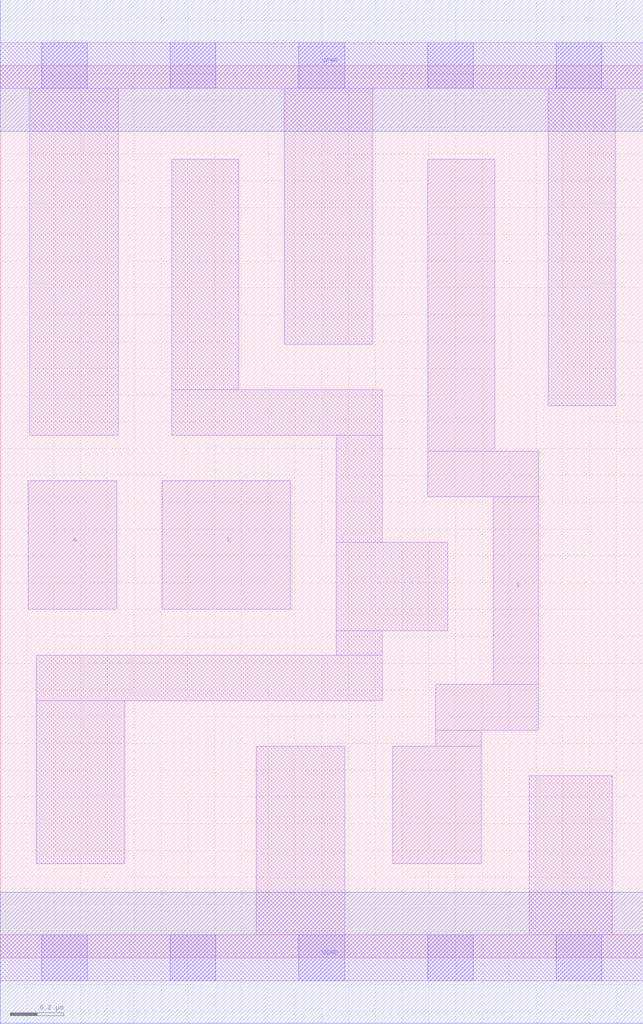
<source format=lef>
# Copyright 2020 The SkyWater PDK Authors
#
# Licensed under the Apache License, Version 2.0 (the "License");
# you may not use this file except in compliance with the License.
# You may obtain a copy of the License at
#
#     https://www.apache.org/licenses/LICENSE-2.0
#
# Unless required by applicable law or agreed to in writing, software
# distributed under the License is distributed on an "AS IS" BASIS,
# WITHOUT WARRANTIES OR CONDITIONS OF ANY KIND, either express or implied.
# See the License for the specific language governing permissions and
# limitations under the License.
#
# SPDX-License-Identifier: Apache-2.0

VERSION 5.5 ;
NAMESCASESENSITIVE ON ;
BUSBITCHARS "[]" ;
DIVIDERCHAR "/" ;
MACRO sky130_fd_sc_ls__and2_2
  CLASS CORE ;
  SOURCE USER ;
  ORIGIN  0.000000  0.000000 ;
  SIZE  2.400000 BY  3.330000 ;
  SYMMETRY X Y ;
  SITE unit ;
  PIN A
    ANTENNAGATEAREA  0.261000 ;
    DIRECTION INPUT ;
    USE SIGNAL ;
    PORT
      LAYER li1 ;
        RECT 0.105000 1.300000 0.435000 1.780000 ;
    END
  END A
  PIN B
    ANTENNAGATEAREA  0.261000 ;
    DIRECTION INPUT ;
    USE SIGNAL ;
    PORT
      LAYER li1 ;
        RECT 0.605000 1.300000 1.085000 1.780000 ;
    END
  END B
  PIN X
    ANTENNADIFFAREA  0.543200 ;
    DIRECTION OUTPUT ;
    USE SIGNAL ;
    PORT
      LAYER li1 ;
        RECT 1.465000 0.350000 1.795000 0.790000 ;
        RECT 1.595000 1.720000 2.010000 1.890000 ;
        RECT 1.595000 1.890000 1.845000 2.980000 ;
        RECT 1.625000 0.790000 1.795000 0.850000 ;
        RECT 1.625000 0.850000 2.010000 1.020000 ;
        RECT 1.840000 1.020000 2.010000 1.720000 ;
    END
  END X
  PIN VGND
    DIRECTION INOUT ;
    SHAPE ABUTMENT ;
    USE GROUND ;
    PORT
      LAYER met1 ;
        RECT 0.000000 -0.245000 2.400000 0.245000 ;
    END
  END VGND
  PIN VNB
    DIRECTION INOUT ;
    USE GROUND ;
    PORT
    END
  END VNB
  PIN VPB
    DIRECTION INOUT ;
    USE POWER ;
    PORT
    END
  END VPB
  PIN VPWR
    DIRECTION INOUT ;
    SHAPE ABUTMENT ;
    USE POWER ;
    PORT
      LAYER met1 ;
        RECT 0.000000 3.085000 2.400000 3.575000 ;
    END
  END VPWR
  OBS
    LAYER li1 ;
      RECT 0.000000 -0.085000 2.400000 0.085000 ;
      RECT 0.000000  3.245000 2.400000 3.415000 ;
      RECT 0.110000  1.950000 0.440000 3.245000 ;
      RECT 0.135000  0.350000 0.465000 0.960000 ;
      RECT 0.135000  0.960000 1.425000 1.130000 ;
      RECT 0.640000  1.950000 1.425000 2.120000 ;
      RECT 0.640000  2.120000 0.890000 2.980000 ;
      RECT 0.955000  0.085000 1.285000 0.790000 ;
      RECT 1.060000  2.290000 1.390000 3.245000 ;
      RECT 1.255000  1.130000 1.425000 1.220000 ;
      RECT 1.255000  1.220000 1.670000 1.550000 ;
      RECT 1.255000  1.550000 1.425000 1.950000 ;
      RECT 1.975000  0.085000 2.285000 0.680000 ;
      RECT 2.045000  2.060000 2.295000 3.245000 ;
    LAYER mcon ;
      RECT 0.155000 -0.085000 0.325000 0.085000 ;
      RECT 0.155000  3.245000 0.325000 3.415000 ;
      RECT 0.635000 -0.085000 0.805000 0.085000 ;
      RECT 0.635000  3.245000 0.805000 3.415000 ;
      RECT 1.115000 -0.085000 1.285000 0.085000 ;
      RECT 1.115000  3.245000 1.285000 3.415000 ;
      RECT 1.595000 -0.085000 1.765000 0.085000 ;
      RECT 1.595000  3.245000 1.765000 3.415000 ;
      RECT 2.075000 -0.085000 2.245000 0.085000 ;
      RECT 2.075000  3.245000 2.245000 3.415000 ;
  END
END sky130_fd_sc_ls__and2_2
END LIBRARY

</source>
